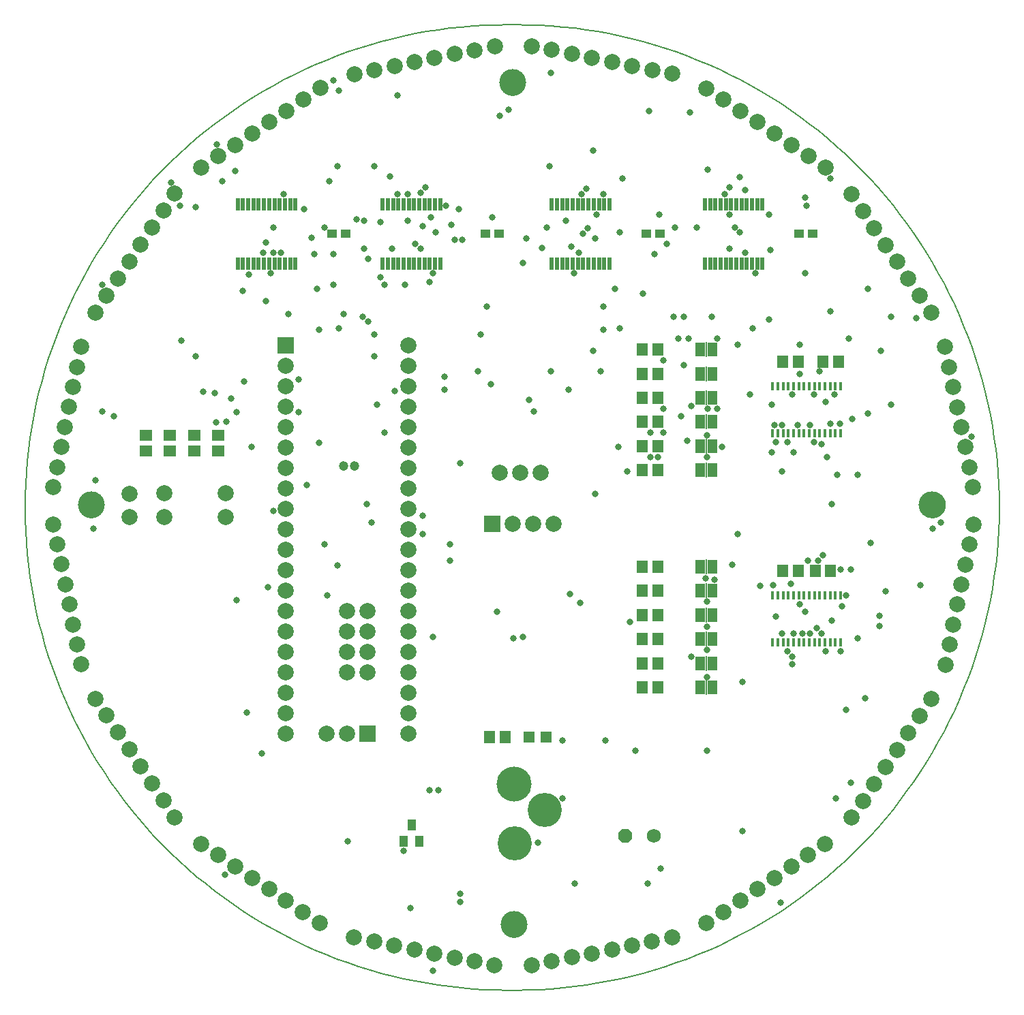
<source format=gts>
G75*
%MOIN*%
%OFA0B0*%
%FSLAX25Y25*%
%IPPOS*%
%LPD*%
%AMOC8*
5,1,8,0,0,1.08239X$1,22.5*
%
%ADD10C,0.00600*%
%ADD11C,0.00000*%
%ADD12C,0.13098*%
%ADD13C,0.07900*%
%ADD14R,0.07900X0.07900*%
%ADD15C,0.04700*%
%ADD16R,0.01870X0.06000*%
%ADD17R,0.04831X0.04437*%
%ADD18R,0.01700X0.04400*%
%ADD19R,0.05100X0.06800*%
%ADD20R,0.00600X0.07200*%
%ADD21R,0.05618X0.06406*%
%ADD22R,0.06406X0.05618*%
%ADD23R,0.04437X0.05500*%
%ADD24R,0.05224X0.05224*%
%ADD25OC8,0.06800*%
%ADD26C,0.06800*%
%ADD27C,0.17098*%
%ADD28C,0.16700*%
%ADD29C,0.03200*%
D10*
X0237520Y0001300D02*
X0241457Y0001300D01*
X0477677Y0237520D02*
X0477608Y0243228D01*
X0477401Y0248933D01*
X0477056Y0254631D01*
X0476574Y0260319D01*
X0475955Y0265993D01*
X0475198Y0271651D01*
X0474305Y0277289D01*
X0473276Y0282904D01*
X0472112Y0288493D01*
X0470813Y0294051D01*
X0469380Y0299577D01*
X0467814Y0305066D01*
X0466116Y0310516D01*
X0464286Y0315923D01*
X0462327Y0321285D01*
X0460238Y0326597D01*
X0458022Y0331858D01*
X0455679Y0337063D01*
X0453211Y0342211D01*
X0450619Y0347297D01*
X0447906Y0352319D01*
X0445071Y0357274D01*
X0442118Y0362159D01*
X0439048Y0366972D01*
X0435862Y0371708D01*
X0432563Y0376367D01*
X0429152Y0380944D01*
X0425632Y0385437D01*
X0422004Y0389845D01*
X0418270Y0394163D01*
X0414434Y0398390D01*
X0410496Y0402522D01*
X0406459Y0406559D01*
X0402327Y0410497D01*
X0398100Y0414333D01*
X0393782Y0418067D01*
X0389374Y0421695D01*
X0384881Y0425215D01*
X0380304Y0428626D01*
X0375645Y0431925D01*
X0370909Y0435111D01*
X0366096Y0438181D01*
X0361211Y0441134D01*
X0356256Y0443969D01*
X0351234Y0446682D01*
X0346148Y0449274D01*
X0341000Y0451742D01*
X0335795Y0454085D01*
X0330534Y0456301D01*
X0325222Y0458390D01*
X0319860Y0460349D01*
X0314453Y0462179D01*
X0309003Y0463877D01*
X0303514Y0465443D01*
X0297988Y0466876D01*
X0292430Y0468175D01*
X0286841Y0469339D01*
X0281226Y0470368D01*
X0275588Y0471261D01*
X0269930Y0472018D01*
X0264256Y0472637D01*
X0258568Y0473119D01*
X0252870Y0473464D01*
X0247165Y0473671D01*
X0241457Y0473740D01*
X0241457Y0473741D02*
X0237520Y0473741D01*
X0001300Y0237520D02*
X0001369Y0231812D01*
X0001576Y0226107D01*
X0001921Y0220409D01*
X0002403Y0214721D01*
X0003022Y0209047D01*
X0003779Y0203389D01*
X0004672Y0197751D01*
X0005701Y0192136D01*
X0006865Y0186547D01*
X0008164Y0180989D01*
X0009597Y0175463D01*
X0011163Y0169974D01*
X0012861Y0164524D01*
X0014691Y0159117D01*
X0016650Y0153755D01*
X0018739Y0148443D01*
X0020955Y0143182D01*
X0023298Y0137977D01*
X0025766Y0132829D01*
X0028358Y0127743D01*
X0031071Y0122721D01*
X0033906Y0117766D01*
X0036859Y0112881D01*
X0039929Y0108068D01*
X0043115Y0103332D01*
X0046414Y0098673D01*
X0049825Y0094096D01*
X0053345Y0089603D01*
X0056973Y0085195D01*
X0060707Y0080877D01*
X0064543Y0076650D01*
X0068481Y0072518D01*
X0072518Y0068481D01*
X0076650Y0064543D01*
X0080877Y0060707D01*
X0085195Y0056973D01*
X0089603Y0053345D01*
X0094096Y0049825D01*
X0098673Y0046414D01*
X0103332Y0043115D01*
X0108068Y0039929D01*
X0112881Y0036859D01*
X0117766Y0033906D01*
X0122721Y0031071D01*
X0127743Y0028358D01*
X0132829Y0025766D01*
X0137977Y0023298D01*
X0143182Y0020955D01*
X0148443Y0018739D01*
X0153755Y0016650D01*
X0159117Y0014691D01*
X0164524Y0012861D01*
X0169974Y0011163D01*
X0175463Y0009597D01*
X0180989Y0008164D01*
X0186547Y0006865D01*
X0192136Y0005701D01*
X0197751Y0004672D01*
X0203389Y0003779D01*
X0209047Y0003022D01*
X0214721Y0002403D01*
X0220409Y0001921D01*
X0226107Y0001576D01*
X0231812Y0001369D01*
X0237520Y0001300D01*
X0001300Y0237520D02*
X0001369Y0243228D01*
X0001576Y0248933D01*
X0001921Y0254631D01*
X0002403Y0260319D01*
X0003022Y0265993D01*
X0003779Y0271651D01*
X0004672Y0277289D01*
X0005701Y0282904D01*
X0006865Y0288493D01*
X0008164Y0294051D01*
X0009597Y0299577D01*
X0011163Y0305066D01*
X0012861Y0310516D01*
X0014691Y0315923D01*
X0016650Y0321285D01*
X0018739Y0326597D01*
X0020955Y0331858D01*
X0023298Y0337063D01*
X0025766Y0342211D01*
X0028358Y0347297D01*
X0031071Y0352319D01*
X0033906Y0357274D01*
X0036859Y0362159D01*
X0039929Y0366972D01*
X0043115Y0371708D01*
X0046414Y0376367D01*
X0049825Y0380944D01*
X0053345Y0385437D01*
X0056973Y0389845D01*
X0060707Y0394163D01*
X0064543Y0398390D01*
X0068481Y0402522D01*
X0072518Y0406559D01*
X0076650Y0410497D01*
X0080877Y0414333D01*
X0085195Y0418067D01*
X0089603Y0421695D01*
X0094096Y0425215D01*
X0098673Y0428626D01*
X0103332Y0431925D01*
X0108068Y0435111D01*
X0112881Y0438181D01*
X0117766Y0441134D01*
X0122721Y0443969D01*
X0127743Y0446682D01*
X0132829Y0449274D01*
X0137977Y0451742D01*
X0143182Y0454085D01*
X0148443Y0456301D01*
X0153755Y0458390D01*
X0159117Y0460349D01*
X0164524Y0462179D01*
X0169974Y0463877D01*
X0175463Y0465443D01*
X0180989Y0466876D01*
X0186547Y0468175D01*
X0192136Y0469339D01*
X0197751Y0470368D01*
X0203389Y0471261D01*
X0209047Y0472018D01*
X0214721Y0472637D01*
X0220409Y0473119D01*
X0226107Y0473464D01*
X0231812Y0473671D01*
X0237520Y0473740D01*
X0477677Y0237520D02*
X0477608Y0231812D01*
X0477401Y0226107D01*
X0477056Y0220409D01*
X0476574Y0214721D01*
X0475955Y0209047D01*
X0475198Y0203389D01*
X0474305Y0197751D01*
X0473276Y0192136D01*
X0472112Y0186547D01*
X0470813Y0180989D01*
X0469380Y0175463D01*
X0467814Y0169974D01*
X0466116Y0164524D01*
X0464286Y0159117D01*
X0462327Y0153755D01*
X0460238Y0148443D01*
X0458022Y0143182D01*
X0455679Y0137977D01*
X0453211Y0132829D01*
X0450619Y0127743D01*
X0447906Y0122721D01*
X0445071Y0117766D01*
X0442118Y0112881D01*
X0439048Y0108068D01*
X0435862Y0103332D01*
X0432563Y0098673D01*
X0429152Y0094096D01*
X0425632Y0089603D01*
X0422004Y0085195D01*
X0418270Y0080877D01*
X0414434Y0076650D01*
X0410496Y0072518D01*
X0406459Y0068481D01*
X0402327Y0064543D01*
X0398100Y0060707D01*
X0393782Y0056973D01*
X0389374Y0053345D01*
X0384881Y0049825D01*
X0380304Y0046414D01*
X0375645Y0043115D01*
X0370909Y0039929D01*
X0366096Y0036859D01*
X0361211Y0033906D01*
X0356256Y0031071D01*
X0351234Y0028358D01*
X0346148Y0025766D01*
X0341000Y0023298D01*
X0335795Y0020955D01*
X0330534Y0018739D01*
X0325222Y0016650D01*
X0319860Y0014691D01*
X0314453Y0012861D01*
X0309003Y0011163D01*
X0303514Y0009597D01*
X0297988Y0008164D01*
X0292430Y0006865D01*
X0286841Y0005701D01*
X0281226Y0004672D01*
X0275588Y0003779D01*
X0269930Y0003022D01*
X0264256Y0002403D01*
X0258568Y0001921D01*
X0252870Y0001576D01*
X0247165Y0001369D01*
X0241457Y0001300D01*
D11*
X0233977Y0033583D02*
X0233979Y0033741D01*
X0233985Y0033899D01*
X0233995Y0034057D01*
X0234009Y0034215D01*
X0234027Y0034372D01*
X0234048Y0034529D01*
X0234074Y0034685D01*
X0234104Y0034841D01*
X0234137Y0034996D01*
X0234175Y0035149D01*
X0234216Y0035302D01*
X0234261Y0035454D01*
X0234310Y0035605D01*
X0234363Y0035754D01*
X0234419Y0035902D01*
X0234479Y0036048D01*
X0234543Y0036193D01*
X0234611Y0036336D01*
X0234682Y0036478D01*
X0234756Y0036618D01*
X0234834Y0036755D01*
X0234916Y0036891D01*
X0235000Y0037025D01*
X0235089Y0037156D01*
X0235180Y0037285D01*
X0235275Y0037412D01*
X0235372Y0037537D01*
X0235473Y0037659D01*
X0235577Y0037778D01*
X0235684Y0037895D01*
X0235794Y0038009D01*
X0235907Y0038120D01*
X0236022Y0038229D01*
X0236140Y0038334D01*
X0236261Y0038436D01*
X0236384Y0038536D01*
X0236510Y0038632D01*
X0236638Y0038725D01*
X0236768Y0038815D01*
X0236901Y0038901D01*
X0237036Y0038985D01*
X0237172Y0039064D01*
X0237311Y0039141D01*
X0237452Y0039213D01*
X0237594Y0039283D01*
X0237738Y0039348D01*
X0237884Y0039410D01*
X0238031Y0039468D01*
X0238180Y0039523D01*
X0238330Y0039574D01*
X0238481Y0039621D01*
X0238633Y0039664D01*
X0238786Y0039703D01*
X0238941Y0039739D01*
X0239096Y0039770D01*
X0239252Y0039798D01*
X0239408Y0039822D01*
X0239565Y0039842D01*
X0239723Y0039858D01*
X0239880Y0039870D01*
X0240039Y0039878D01*
X0240197Y0039882D01*
X0240355Y0039882D01*
X0240513Y0039878D01*
X0240672Y0039870D01*
X0240829Y0039858D01*
X0240987Y0039842D01*
X0241144Y0039822D01*
X0241300Y0039798D01*
X0241456Y0039770D01*
X0241611Y0039739D01*
X0241766Y0039703D01*
X0241919Y0039664D01*
X0242071Y0039621D01*
X0242222Y0039574D01*
X0242372Y0039523D01*
X0242521Y0039468D01*
X0242668Y0039410D01*
X0242814Y0039348D01*
X0242958Y0039283D01*
X0243100Y0039213D01*
X0243241Y0039141D01*
X0243380Y0039064D01*
X0243516Y0038985D01*
X0243651Y0038901D01*
X0243784Y0038815D01*
X0243914Y0038725D01*
X0244042Y0038632D01*
X0244168Y0038536D01*
X0244291Y0038436D01*
X0244412Y0038334D01*
X0244530Y0038229D01*
X0244645Y0038120D01*
X0244758Y0038009D01*
X0244868Y0037895D01*
X0244975Y0037778D01*
X0245079Y0037659D01*
X0245180Y0037537D01*
X0245277Y0037412D01*
X0245372Y0037285D01*
X0245463Y0037156D01*
X0245552Y0037025D01*
X0245636Y0036891D01*
X0245718Y0036755D01*
X0245796Y0036618D01*
X0245870Y0036478D01*
X0245941Y0036336D01*
X0246009Y0036193D01*
X0246073Y0036048D01*
X0246133Y0035902D01*
X0246189Y0035754D01*
X0246242Y0035605D01*
X0246291Y0035454D01*
X0246336Y0035302D01*
X0246377Y0035149D01*
X0246415Y0034996D01*
X0246448Y0034841D01*
X0246478Y0034685D01*
X0246504Y0034529D01*
X0246525Y0034372D01*
X0246543Y0034215D01*
X0246557Y0034057D01*
X0246567Y0033899D01*
X0246573Y0033741D01*
X0246575Y0033583D01*
X0246573Y0033425D01*
X0246567Y0033267D01*
X0246557Y0033109D01*
X0246543Y0032951D01*
X0246525Y0032794D01*
X0246504Y0032637D01*
X0246478Y0032481D01*
X0246448Y0032325D01*
X0246415Y0032170D01*
X0246377Y0032017D01*
X0246336Y0031864D01*
X0246291Y0031712D01*
X0246242Y0031561D01*
X0246189Y0031412D01*
X0246133Y0031264D01*
X0246073Y0031118D01*
X0246009Y0030973D01*
X0245941Y0030830D01*
X0245870Y0030688D01*
X0245796Y0030548D01*
X0245718Y0030411D01*
X0245636Y0030275D01*
X0245552Y0030141D01*
X0245463Y0030010D01*
X0245372Y0029881D01*
X0245277Y0029754D01*
X0245180Y0029629D01*
X0245079Y0029507D01*
X0244975Y0029388D01*
X0244868Y0029271D01*
X0244758Y0029157D01*
X0244645Y0029046D01*
X0244530Y0028937D01*
X0244412Y0028832D01*
X0244291Y0028730D01*
X0244168Y0028630D01*
X0244042Y0028534D01*
X0243914Y0028441D01*
X0243784Y0028351D01*
X0243651Y0028265D01*
X0243516Y0028181D01*
X0243380Y0028102D01*
X0243241Y0028025D01*
X0243100Y0027953D01*
X0242958Y0027883D01*
X0242814Y0027818D01*
X0242668Y0027756D01*
X0242521Y0027698D01*
X0242372Y0027643D01*
X0242222Y0027592D01*
X0242071Y0027545D01*
X0241919Y0027502D01*
X0241766Y0027463D01*
X0241611Y0027427D01*
X0241456Y0027396D01*
X0241300Y0027368D01*
X0241144Y0027344D01*
X0240987Y0027324D01*
X0240829Y0027308D01*
X0240672Y0027296D01*
X0240513Y0027288D01*
X0240355Y0027284D01*
X0240197Y0027284D01*
X0240039Y0027288D01*
X0239880Y0027296D01*
X0239723Y0027308D01*
X0239565Y0027324D01*
X0239408Y0027344D01*
X0239252Y0027368D01*
X0239096Y0027396D01*
X0238941Y0027427D01*
X0238786Y0027463D01*
X0238633Y0027502D01*
X0238481Y0027545D01*
X0238330Y0027592D01*
X0238180Y0027643D01*
X0238031Y0027698D01*
X0237884Y0027756D01*
X0237738Y0027818D01*
X0237594Y0027883D01*
X0237452Y0027953D01*
X0237311Y0028025D01*
X0237172Y0028102D01*
X0237036Y0028181D01*
X0236901Y0028265D01*
X0236768Y0028351D01*
X0236638Y0028441D01*
X0236510Y0028534D01*
X0236384Y0028630D01*
X0236261Y0028730D01*
X0236140Y0028832D01*
X0236022Y0028937D01*
X0235907Y0029046D01*
X0235794Y0029157D01*
X0235684Y0029271D01*
X0235577Y0029388D01*
X0235473Y0029507D01*
X0235372Y0029629D01*
X0235275Y0029754D01*
X0235180Y0029881D01*
X0235089Y0030010D01*
X0235000Y0030141D01*
X0234916Y0030275D01*
X0234834Y0030411D01*
X0234756Y0030548D01*
X0234682Y0030688D01*
X0234611Y0030830D01*
X0234543Y0030973D01*
X0234479Y0031118D01*
X0234419Y0031264D01*
X0234363Y0031412D01*
X0234310Y0031561D01*
X0234261Y0031712D01*
X0234216Y0031864D01*
X0234175Y0032017D01*
X0234137Y0032170D01*
X0234104Y0032325D01*
X0234074Y0032481D01*
X0234048Y0032637D01*
X0234027Y0032794D01*
X0234009Y0032951D01*
X0233995Y0033109D01*
X0233985Y0033267D01*
X0233979Y0033425D01*
X0233977Y0033583D01*
X0027284Y0238898D02*
X0027286Y0239056D01*
X0027292Y0239214D01*
X0027302Y0239372D01*
X0027316Y0239530D01*
X0027334Y0239687D01*
X0027355Y0239844D01*
X0027381Y0240000D01*
X0027411Y0240156D01*
X0027444Y0240311D01*
X0027482Y0240464D01*
X0027523Y0240617D01*
X0027568Y0240769D01*
X0027617Y0240920D01*
X0027670Y0241069D01*
X0027726Y0241217D01*
X0027786Y0241363D01*
X0027850Y0241508D01*
X0027918Y0241651D01*
X0027989Y0241793D01*
X0028063Y0241933D01*
X0028141Y0242070D01*
X0028223Y0242206D01*
X0028307Y0242340D01*
X0028396Y0242471D01*
X0028487Y0242600D01*
X0028582Y0242727D01*
X0028679Y0242852D01*
X0028780Y0242974D01*
X0028884Y0243093D01*
X0028991Y0243210D01*
X0029101Y0243324D01*
X0029214Y0243435D01*
X0029329Y0243544D01*
X0029447Y0243649D01*
X0029568Y0243751D01*
X0029691Y0243851D01*
X0029817Y0243947D01*
X0029945Y0244040D01*
X0030075Y0244130D01*
X0030208Y0244216D01*
X0030343Y0244300D01*
X0030479Y0244379D01*
X0030618Y0244456D01*
X0030759Y0244528D01*
X0030901Y0244598D01*
X0031045Y0244663D01*
X0031191Y0244725D01*
X0031338Y0244783D01*
X0031487Y0244838D01*
X0031637Y0244889D01*
X0031788Y0244936D01*
X0031940Y0244979D01*
X0032093Y0245018D01*
X0032248Y0245054D01*
X0032403Y0245085D01*
X0032559Y0245113D01*
X0032715Y0245137D01*
X0032872Y0245157D01*
X0033030Y0245173D01*
X0033187Y0245185D01*
X0033346Y0245193D01*
X0033504Y0245197D01*
X0033662Y0245197D01*
X0033820Y0245193D01*
X0033979Y0245185D01*
X0034136Y0245173D01*
X0034294Y0245157D01*
X0034451Y0245137D01*
X0034607Y0245113D01*
X0034763Y0245085D01*
X0034918Y0245054D01*
X0035073Y0245018D01*
X0035226Y0244979D01*
X0035378Y0244936D01*
X0035529Y0244889D01*
X0035679Y0244838D01*
X0035828Y0244783D01*
X0035975Y0244725D01*
X0036121Y0244663D01*
X0036265Y0244598D01*
X0036407Y0244528D01*
X0036548Y0244456D01*
X0036687Y0244379D01*
X0036823Y0244300D01*
X0036958Y0244216D01*
X0037091Y0244130D01*
X0037221Y0244040D01*
X0037349Y0243947D01*
X0037475Y0243851D01*
X0037598Y0243751D01*
X0037719Y0243649D01*
X0037837Y0243544D01*
X0037952Y0243435D01*
X0038065Y0243324D01*
X0038175Y0243210D01*
X0038282Y0243093D01*
X0038386Y0242974D01*
X0038487Y0242852D01*
X0038584Y0242727D01*
X0038679Y0242600D01*
X0038770Y0242471D01*
X0038859Y0242340D01*
X0038943Y0242206D01*
X0039025Y0242070D01*
X0039103Y0241933D01*
X0039177Y0241793D01*
X0039248Y0241651D01*
X0039316Y0241508D01*
X0039380Y0241363D01*
X0039440Y0241217D01*
X0039496Y0241069D01*
X0039549Y0240920D01*
X0039598Y0240769D01*
X0039643Y0240617D01*
X0039684Y0240464D01*
X0039722Y0240311D01*
X0039755Y0240156D01*
X0039785Y0240000D01*
X0039811Y0239844D01*
X0039832Y0239687D01*
X0039850Y0239530D01*
X0039864Y0239372D01*
X0039874Y0239214D01*
X0039880Y0239056D01*
X0039882Y0238898D01*
X0039880Y0238740D01*
X0039874Y0238582D01*
X0039864Y0238424D01*
X0039850Y0238266D01*
X0039832Y0238109D01*
X0039811Y0237952D01*
X0039785Y0237796D01*
X0039755Y0237640D01*
X0039722Y0237485D01*
X0039684Y0237332D01*
X0039643Y0237179D01*
X0039598Y0237027D01*
X0039549Y0236876D01*
X0039496Y0236727D01*
X0039440Y0236579D01*
X0039380Y0236433D01*
X0039316Y0236288D01*
X0039248Y0236145D01*
X0039177Y0236003D01*
X0039103Y0235863D01*
X0039025Y0235726D01*
X0038943Y0235590D01*
X0038859Y0235456D01*
X0038770Y0235325D01*
X0038679Y0235196D01*
X0038584Y0235069D01*
X0038487Y0234944D01*
X0038386Y0234822D01*
X0038282Y0234703D01*
X0038175Y0234586D01*
X0038065Y0234472D01*
X0037952Y0234361D01*
X0037837Y0234252D01*
X0037719Y0234147D01*
X0037598Y0234045D01*
X0037475Y0233945D01*
X0037349Y0233849D01*
X0037221Y0233756D01*
X0037091Y0233666D01*
X0036958Y0233580D01*
X0036823Y0233496D01*
X0036687Y0233417D01*
X0036548Y0233340D01*
X0036407Y0233268D01*
X0036265Y0233198D01*
X0036121Y0233133D01*
X0035975Y0233071D01*
X0035828Y0233013D01*
X0035679Y0232958D01*
X0035529Y0232907D01*
X0035378Y0232860D01*
X0035226Y0232817D01*
X0035073Y0232778D01*
X0034918Y0232742D01*
X0034763Y0232711D01*
X0034607Y0232683D01*
X0034451Y0232659D01*
X0034294Y0232639D01*
X0034136Y0232623D01*
X0033979Y0232611D01*
X0033820Y0232603D01*
X0033662Y0232599D01*
X0033504Y0232599D01*
X0033346Y0232603D01*
X0033187Y0232611D01*
X0033030Y0232623D01*
X0032872Y0232639D01*
X0032715Y0232659D01*
X0032559Y0232683D01*
X0032403Y0232711D01*
X0032248Y0232742D01*
X0032093Y0232778D01*
X0031940Y0232817D01*
X0031788Y0232860D01*
X0031637Y0232907D01*
X0031487Y0232958D01*
X0031338Y0233013D01*
X0031191Y0233071D01*
X0031045Y0233133D01*
X0030901Y0233198D01*
X0030759Y0233268D01*
X0030618Y0233340D01*
X0030479Y0233417D01*
X0030343Y0233496D01*
X0030208Y0233580D01*
X0030075Y0233666D01*
X0029945Y0233756D01*
X0029817Y0233849D01*
X0029691Y0233945D01*
X0029568Y0234045D01*
X0029447Y0234147D01*
X0029329Y0234252D01*
X0029214Y0234361D01*
X0029101Y0234472D01*
X0028991Y0234586D01*
X0028884Y0234703D01*
X0028780Y0234822D01*
X0028679Y0234944D01*
X0028582Y0235069D01*
X0028487Y0235196D01*
X0028396Y0235325D01*
X0028307Y0235456D01*
X0028223Y0235590D01*
X0028141Y0235726D01*
X0028063Y0235863D01*
X0027989Y0236003D01*
X0027918Y0236145D01*
X0027850Y0236288D01*
X0027786Y0236433D01*
X0027726Y0236579D01*
X0027670Y0236727D01*
X0027617Y0236876D01*
X0027568Y0237027D01*
X0027523Y0237179D01*
X0027482Y0237332D01*
X0027444Y0237485D01*
X0027411Y0237640D01*
X0027381Y0237796D01*
X0027355Y0237952D01*
X0027334Y0238109D01*
X0027316Y0238266D01*
X0027302Y0238424D01*
X0027292Y0238582D01*
X0027286Y0238740D01*
X0027284Y0238898D01*
X0233288Y0445591D02*
X0233290Y0445749D01*
X0233296Y0445907D01*
X0233306Y0446065D01*
X0233320Y0446223D01*
X0233338Y0446380D01*
X0233359Y0446537D01*
X0233385Y0446693D01*
X0233415Y0446849D01*
X0233448Y0447004D01*
X0233486Y0447157D01*
X0233527Y0447310D01*
X0233572Y0447462D01*
X0233621Y0447613D01*
X0233674Y0447762D01*
X0233730Y0447910D01*
X0233790Y0448056D01*
X0233854Y0448201D01*
X0233922Y0448344D01*
X0233993Y0448486D01*
X0234067Y0448626D01*
X0234145Y0448763D01*
X0234227Y0448899D01*
X0234311Y0449033D01*
X0234400Y0449164D01*
X0234491Y0449293D01*
X0234586Y0449420D01*
X0234683Y0449545D01*
X0234784Y0449667D01*
X0234888Y0449786D01*
X0234995Y0449903D01*
X0235105Y0450017D01*
X0235218Y0450128D01*
X0235333Y0450237D01*
X0235451Y0450342D01*
X0235572Y0450444D01*
X0235695Y0450544D01*
X0235821Y0450640D01*
X0235949Y0450733D01*
X0236079Y0450823D01*
X0236212Y0450909D01*
X0236347Y0450993D01*
X0236483Y0451072D01*
X0236622Y0451149D01*
X0236763Y0451221D01*
X0236905Y0451291D01*
X0237049Y0451356D01*
X0237195Y0451418D01*
X0237342Y0451476D01*
X0237491Y0451531D01*
X0237641Y0451582D01*
X0237792Y0451629D01*
X0237944Y0451672D01*
X0238097Y0451711D01*
X0238252Y0451747D01*
X0238407Y0451778D01*
X0238563Y0451806D01*
X0238719Y0451830D01*
X0238876Y0451850D01*
X0239034Y0451866D01*
X0239191Y0451878D01*
X0239350Y0451886D01*
X0239508Y0451890D01*
X0239666Y0451890D01*
X0239824Y0451886D01*
X0239983Y0451878D01*
X0240140Y0451866D01*
X0240298Y0451850D01*
X0240455Y0451830D01*
X0240611Y0451806D01*
X0240767Y0451778D01*
X0240922Y0451747D01*
X0241077Y0451711D01*
X0241230Y0451672D01*
X0241382Y0451629D01*
X0241533Y0451582D01*
X0241683Y0451531D01*
X0241832Y0451476D01*
X0241979Y0451418D01*
X0242125Y0451356D01*
X0242269Y0451291D01*
X0242411Y0451221D01*
X0242552Y0451149D01*
X0242691Y0451072D01*
X0242827Y0450993D01*
X0242962Y0450909D01*
X0243095Y0450823D01*
X0243225Y0450733D01*
X0243353Y0450640D01*
X0243479Y0450544D01*
X0243602Y0450444D01*
X0243723Y0450342D01*
X0243841Y0450237D01*
X0243956Y0450128D01*
X0244069Y0450017D01*
X0244179Y0449903D01*
X0244286Y0449786D01*
X0244390Y0449667D01*
X0244491Y0449545D01*
X0244588Y0449420D01*
X0244683Y0449293D01*
X0244774Y0449164D01*
X0244863Y0449033D01*
X0244947Y0448899D01*
X0245029Y0448763D01*
X0245107Y0448626D01*
X0245181Y0448486D01*
X0245252Y0448344D01*
X0245320Y0448201D01*
X0245384Y0448056D01*
X0245444Y0447910D01*
X0245500Y0447762D01*
X0245553Y0447613D01*
X0245602Y0447462D01*
X0245647Y0447310D01*
X0245688Y0447157D01*
X0245726Y0447004D01*
X0245759Y0446849D01*
X0245789Y0446693D01*
X0245815Y0446537D01*
X0245836Y0446380D01*
X0245854Y0446223D01*
X0245868Y0446065D01*
X0245878Y0445907D01*
X0245884Y0445749D01*
X0245886Y0445591D01*
X0245884Y0445433D01*
X0245878Y0445275D01*
X0245868Y0445117D01*
X0245854Y0444959D01*
X0245836Y0444802D01*
X0245815Y0444645D01*
X0245789Y0444489D01*
X0245759Y0444333D01*
X0245726Y0444178D01*
X0245688Y0444025D01*
X0245647Y0443872D01*
X0245602Y0443720D01*
X0245553Y0443569D01*
X0245500Y0443420D01*
X0245444Y0443272D01*
X0245384Y0443126D01*
X0245320Y0442981D01*
X0245252Y0442838D01*
X0245181Y0442696D01*
X0245107Y0442556D01*
X0245029Y0442419D01*
X0244947Y0442283D01*
X0244863Y0442149D01*
X0244774Y0442018D01*
X0244683Y0441889D01*
X0244588Y0441762D01*
X0244491Y0441637D01*
X0244390Y0441515D01*
X0244286Y0441396D01*
X0244179Y0441279D01*
X0244069Y0441165D01*
X0243956Y0441054D01*
X0243841Y0440945D01*
X0243723Y0440840D01*
X0243602Y0440738D01*
X0243479Y0440638D01*
X0243353Y0440542D01*
X0243225Y0440449D01*
X0243095Y0440359D01*
X0242962Y0440273D01*
X0242827Y0440189D01*
X0242691Y0440110D01*
X0242552Y0440033D01*
X0242411Y0439961D01*
X0242269Y0439891D01*
X0242125Y0439826D01*
X0241979Y0439764D01*
X0241832Y0439706D01*
X0241683Y0439651D01*
X0241533Y0439600D01*
X0241382Y0439553D01*
X0241230Y0439510D01*
X0241077Y0439471D01*
X0240922Y0439435D01*
X0240767Y0439404D01*
X0240611Y0439376D01*
X0240455Y0439352D01*
X0240298Y0439332D01*
X0240140Y0439316D01*
X0239983Y0439304D01*
X0239824Y0439296D01*
X0239666Y0439292D01*
X0239508Y0439292D01*
X0239350Y0439296D01*
X0239191Y0439304D01*
X0239034Y0439316D01*
X0238876Y0439332D01*
X0238719Y0439352D01*
X0238563Y0439376D01*
X0238407Y0439404D01*
X0238252Y0439435D01*
X0238097Y0439471D01*
X0237944Y0439510D01*
X0237792Y0439553D01*
X0237641Y0439600D01*
X0237491Y0439651D01*
X0237342Y0439706D01*
X0237195Y0439764D01*
X0237049Y0439826D01*
X0236905Y0439891D01*
X0236763Y0439961D01*
X0236622Y0440033D01*
X0236483Y0440110D01*
X0236347Y0440189D01*
X0236212Y0440273D01*
X0236079Y0440359D01*
X0235949Y0440449D01*
X0235821Y0440542D01*
X0235695Y0440638D01*
X0235572Y0440738D01*
X0235451Y0440840D01*
X0235333Y0440945D01*
X0235218Y0441054D01*
X0235105Y0441165D01*
X0234995Y0441279D01*
X0234888Y0441396D01*
X0234784Y0441515D01*
X0234683Y0441637D01*
X0234586Y0441762D01*
X0234491Y0441889D01*
X0234400Y0442018D01*
X0234311Y0442149D01*
X0234227Y0442283D01*
X0234145Y0442419D01*
X0234067Y0442556D01*
X0233993Y0442696D01*
X0233922Y0442838D01*
X0233854Y0442981D01*
X0233790Y0443126D01*
X0233730Y0443272D01*
X0233674Y0443420D01*
X0233621Y0443569D01*
X0233572Y0443720D01*
X0233527Y0443872D01*
X0233486Y0444025D01*
X0233448Y0444178D01*
X0233415Y0444333D01*
X0233385Y0444489D01*
X0233359Y0444645D01*
X0233338Y0444802D01*
X0233320Y0444959D01*
X0233306Y0445117D01*
X0233296Y0445275D01*
X0233290Y0445433D01*
X0233288Y0445591D01*
X0438603Y0238898D02*
X0438605Y0239056D01*
X0438611Y0239214D01*
X0438621Y0239372D01*
X0438635Y0239530D01*
X0438653Y0239687D01*
X0438674Y0239844D01*
X0438700Y0240000D01*
X0438730Y0240156D01*
X0438763Y0240311D01*
X0438801Y0240464D01*
X0438842Y0240617D01*
X0438887Y0240769D01*
X0438936Y0240920D01*
X0438989Y0241069D01*
X0439045Y0241217D01*
X0439105Y0241363D01*
X0439169Y0241508D01*
X0439237Y0241651D01*
X0439308Y0241793D01*
X0439382Y0241933D01*
X0439460Y0242070D01*
X0439542Y0242206D01*
X0439626Y0242340D01*
X0439715Y0242471D01*
X0439806Y0242600D01*
X0439901Y0242727D01*
X0439998Y0242852D01*
X0440099Y0242974D01*
X0440203Y0243093D01*
X0440310Y0243210D01*
X0440420Y0243324D01*
X0440533Y0243435D01*
X0440648Y0243544D01*
X0440766Y0243649D01*
X0440887Y0243751D01*
X0441010Y0243851D01*
X0441136Y0243947D01*
X0441264Y0244040D01*
X0441394Y0244130D01*
X0441527Y0244216D01*
X0441662Y0244300D01*
X0441798Y0244379D01*
X0441937Y0244456D01*
X0442078Y0244528D01*
X0442220Y0244598D01*
X0442364Y0244663D01*
X0442510Y0244725D01*
X0442657Y0244783D01*
X0442806Y0244838D01*
X0442956Y0244889D01*
X0443107Y0244936D01*
X0443259Y0244979D01*
X0443412Y0245018D01*
X0443567Y0245054D01*
X0443722Y0245085D01*
X0443878Y0245113D01*
X0444034Y0245137D01*
X0444191Y0245157D01*
X0444349Y0245173D01*
X0444506Y0245185D01*
X0444665Y0245193D01*
X0444823Y0245197D01*
X0444981Y0245197D01*
X0445139Y0245193D01*
X0445298Y0245185D01*
X0445455Y0245173D01*
X0445613Y0245157D01*
X0445770Y0245137D01*
X0445926Y0245113D01*
X0446082Y0245085D01*
X0446237Y0245054D01*
X0446392Y0245018D01*
X0446545Y0244979D01*
X0446697Y0244936D01*
X0446848Y0244889D01*
X0446998Y0244838D01*
X0447147Y0244783D01*
X0447294Y0244725D01*
X0447440Y0244663D01*
X0447584Y0244598D01*
X0447726Y0244528D01*
X0447867Y0244456D01*
X0448006Y0244379D01*
X0448142Y0244300D01*
X0448277Y0244216D01*
X0448410Y0244130D01*
X0448540Y0244040D01*
X0448668Y0243947D01*
X0448794Y0243851D01*
X0448917Y0243751D01*
X0449038Y0243649D01*
X0449156Y0243544D01*
X0449271Y0243435D01*
X0449384Y0243324D01*
X0449494Y0243210D01*
X0449601Y0243093D01*
X0449705Y0242974D01*
X0449806Y0242852D01*
X0449903Y0242727D01*
X0449998Y0242600D01*
X0450089Y0242471D01*
X0450178Y0242340D01*
X0450262Y0242206D01*
X0450344Y0242070D01*
X0450422Y0241933D01*
X0450496Y0241793D01*
X0450567Y0241651D01*
X0450635Y0241508D01*
X0450699Y0241363D01*
X0450759Y0241217D01*
X0450815Y0241069D01*
X0450868Y0240920D01*
X0450917Y0240769D01*
X0450962Y0240617D01*
X0451003Y0240464D01*
X0451041Y0240311D01*
X0451074Y0240156D01*
X0451104Y0240000D01*
X0451130Y0239844D01*
X0451151Y0239687D01*
X0451169Y0239530D01*
X0451183Y0239372D01*
X0451193Y0239214D01*
X0451199Y0239056D01*
X0451201Y0238898D01*
X0451199Y0238740D01*
X0451193Y0238582D01*
X0451183Y0238424D01*
X0451169Y0238266D01*
X0451151Y0238109D01*
X0451130Y0237952D01*
X0451104Y0237796D01*
X0451074Y0237640D01*
X0451041Y0237485D01*
X0451003Y0237332D01*
X0450962Y0237179D01*
X0450917Y0237027D01*
X0450868Y0236876D01*
X0450815Y0236727D01*
X0450759Y0236579D01*
X0450699Y0236433D01*
X0450635Y0236288D01*
X0450567Y0236145D01*
X0450496Y0236003D01*
X0450422Y0235863D01*
X0450344Y0235726D01*
X0450262Y0235590D01*
X0450178Y0235456D01*
X0450089Y0235325D01*
X0449998Y0235196D01*
X0449903Y0235069D01*
X0449806Y0234944D01*
X0449705Y0234822D01*
X0449601Y0234703D01*
X0449494Y0234586D01*
X0449384Y0234472D01*
X0449271Y0234361D01*
X0449156Y0234252D01*
X0449038Y0234147D01*
X0448917Y0234045D01*
X0448794Y0233945D01*
X0448668Y0233849D01*
X0448540Y0233756D01*
X0448410Y0233666D01*
X0448277Y0233580D01*
X0448142Y0233496D01*
X0448006Y0233417D01*
X0447867Y0233340D01*
X0447726Y0233268D01*
X0447584Y0233198D01*
X0447440Y0233133D01*
X0447294Y0233071D01*
X0447147Y0233013D01*
X0446998Y0232958D01*
X0446848Y0232907D01*
X0446697Y0232860D01*
X0446545Y0232817D01*
X0446392Y0232778D01*
X0446237Y0232742D01*
X0446082Y0232711D01*
X0445926Y0232683D01*
X0445770Y0232659D01*
X0445613Y0232639D01*
X0445455Y0232623D01*
X0445298Y0232611D01*
X0445139Y0232603D01*
X0444981Y0232599D01*
X0444823Y0232599D01*
X0444665Y0232603D01*
X0444506Y0232611D01*
X0444349Y0232623D01*
X0444191Y0232639D01*
X0444034Y0232659D01*
X0443878Y0232683D01*
X0443722Y0232711D01*
X0443567Y0232742D01*
X0443412Y0232778D01*
X0443259Y0232817D01*
X0443107Y0232860D01*
X0442956Y0232907D01*
X0442806Y0232958D01*
X0442657Y0233013D01*
X0442510Y0233071D01*
X0442364Y0233133D01*
X0442220Y0233198D01*
X0442078Y0233268D01*
X0441937Y0233340D01*
X0441798Y0233417D01*
X0441662Y0233496D01*
X0441527Y0233580D01*
X0441394Y0233666D01*
X0441264Y0233756D01*
X0441136Y0233849D01*
X0441010Y0233945D01*
X0440887Y0234045D01*
X0440766Y0234147D01*
X0440648Y0234252D01*
X0440533Y0234361D01*
X0440420Y0234472D01*
X0440310Y0234586D01*
X0440203Y0234703D01*
X0440099Y0234822D01*
X0439998Y0234944D01*
X0439901Y0235069D01*
X0439806Y0235196D01*
X0439715Y0235325D01*
X0439626Y0235456D01*
X0439542Y0235590D01*
X0439460Y0235726D01*
X0439382Y0235863D01*
X0439308Y0236003D01*
X0439237Y0236145D01*
X0439169Y0236288D01*
X0439105Y0236433D01*
X0439045Y0236579D01*
X0438989Y0236727D01*
X0438936Y0236876D01*
X0438887Y0237027D01*
X0438842Y0237179D01*
X0438801Y0237332D01*
X0438763Y0237485D01*
X0438730Y0237640D01*
X0438700Y0237796D01*
X0438674Y0237952D01*
X0438653Y0238109D01*
X0438635Y0238266D01*
X0438621Y0238424D01*
X0438611Y0238582D01*
X0438605Y0238740D01*
X0438603Y0238898D01*
D12*
X0444902Y0238898D03*
X0240276Y0033583D03*
X0033583Y0238898D03*
X0239587Y0445591D03*
D13*
X0074569Y0085822D03*
X0069006Y0094132D03*
X0063443Y0102441D03*
X0057880Y0110751D03*
X0052317Y0119061D03*
X0046755Y0127371D03*
X0041192Y0135681D03*
X0035629Y0143991D03*
X0028788Y0160689D03*
X0026828Y0170495D03*
X0024869Y0180301D03*
X0022910Y0190107D03*
X0020950Y0199913D03*
X0018991Y0209719D03*
X0017031Y0219526D03*
X0015072Y0229332D03*
X0015033Y0247450D03*
X0016976Y0257259D03*
X0018918Y0267069D03*
X0020861Y0276878D03*
X0022803Y0286688D03*
X0024745Y0296497D03*
X0026688Y0306307D03*
X0028630Y0316116D03*
X0035679Y0332814D03*
X0041228Y0341134D03*
X0046776Y0349453D03*
X0052325Y0357773D03*
X0057873Y0366092D03*
X0063422Y0374412D03*
X0068970Y0382731D03*
X0074518Y0391051D03*
X0087430Y0403784D03*
X0095740Y0409347D03*
X0104050Y0414910D03*
X0112360Y0420473D03*
X0120670Y0426036D03*
X0128979Y0431599D03*
X0137289Y0437162D03*
X0145599Y0442724D03*
X0162297Y0449565D03*
X0172103Y0451525D03*
X0181909Y0453484D03*
X0191716Y0455444D03*
X0201522Y0457403D03*
X0211328Y0459362D03*
X0221134Y0461322D03*
X0230940Y0463281D03*
X0249058Y0463320D03*
X0258867Y0461377D03*
X0268677Y0459435D03*
X0278487Y0457493D03*
X0288296Y0455550D03*
X0298106Y0453608D03*
X0307915Y0451666D03*
X0317725Y0449723D03*
X0334425Y0442667D03*
X0342745Y0437119D03*
X0351064Y0431570D03*
X0359384Y0426022D03*
X0367703Y0420473D03*
X0376023Y0414925D03*
X0384343Y0409376D03*
X0392662Y0403828D03*
X0405400Y0390916D03*
X0410963Y0382607D03*
X0416526Y0374297D03*
X0422089Y0365987D03*
X0427652Y0357677D03*
X0433215Y0349367D03*
X0438778Y0341057D03*
X0444341Y0332748D03*
X0451181Y0316049D03*
X0453141Y0306243D03*
X0455100Y0296437D03*
X0457060Y0286631D03*
X0459019Y0276825D03*
X0460979Y0267019D03*
X0462938Y0257213D03*
X0464898Y0247406D03*
X0464936Y0229289D03*
X0462994Y0219479D03*
X0461051Y0209670D03*
X0459109Y0199860D03*
X0457166Y0190050D03*
X0455224Y0180241D03*
X0453282Y0170431D03*
X0451339Y0160622D03*
X0444283Y0143921D03*
X0438735Y0135602D03*
X0433186Y0127282D03*
X0427638Y0118963D03*
X0422090Y0110643D03*
X0416541Y0102324D03*
X0410993Y0094004D03*
X0405444Y0085685D03*
X0392532Y0072955D03*
X0384223Y0067392D03*
X0375913Y0061829D03*
X0367603Y0056266D03*
X0359293Y0050703D03*
X0350983Y0045140D03*
X0342673Y0039577D03*
X0334364Y0034014D03*
X0317666Y0027173D03*
X0307860Y0025213D03*
X0298054Y0023254D03*
X0288248Y0021295D03*
X0278442Y0019335D03*
X0268636Y0017376D03*
X0258829Y0015416D03*
X0249023Y0013457D03*
X0230906Y0013418D03*
X0221096Y0015361D03*
X0211286Y0017303D03*
X0201477Y0019245D03*
X0191667Y0021188D03*
X0181858Y0023130D03*
X0172048Y0025073D03*
X0162239Y0027015D03*
X0145538Y0034071D03*
X0137219Y0039619D03*
X0128899Y0045168D03*
X0120580Y0050716D03*
X0112260Y0056265D03*
X0103941Y0061813D03*
X0095621Y0067362D03*
X0087301Y0072910D03*
X0128780Y0126772D03*
X0128780Y0136772D03*
X0128780Y0146772D03*
X0128780Y0156772D03*
X0128780Y0166772D03*
X0128780Y0176772D03*
X0128780Y0186772D03*
X0128780Y0196772D03*
X0128780Y0206772D03*
X0128780Y0216772D03*
X0128780Y0226772D03*
X0128780Y0236772D03*
X0128780Y0246772D03*
X0128780Y0256772D03*
X0128780Y0266772D03*
X0128780Y0276772D03*
X0128780Y0286772D03*
X0128780Y0296772D03*
X0128780Y0306772D03*
X0188780Y0306772D03*
X0188780Y0296772D03*
X0188780Y0286772D03*
X0188780Y0276772D03*
X0188780Y0266772D03*
X0188780Y0256772D03*
X0188780Y0246772D03*
X0188780Y0236772D03*
X0188780Y0226772D03*
X0188780Y0216772D03*
X0188780Y0206772D03*
X0188780Y0196772D03*
X0188780Y0186772D03*
X0188780Y0176772D03*
X0188780Y0166772D03*
X0188780Y0156772D03*
X0188780Y0146772D03*
X0188780Y0136772D03*
X0188780Y0126772D03*
X0158780Y0126772D03*
X0148780Y0126772D03*
X0158780Y0156772D03*
X0168780Y0156772D03*
X0168780Y0166772D03*
X0158780Y0166772D03*
X0158780Y0176772D03*
X0168780Y0176772D03*
X0168780Y0186772D03*
X0158780Y0186772D03*
X0099469Y0232894D03*
X0099469Y0244509D03*
X0069469Y0244509D03*
X0069469Y0232894D03*
X0052481Y0232883D03*
X0052481Y0244283D03*
X0188780Y0316772D03*
X0233564Y0254646D03*
X0243564Y0254646D03*
X0253564Y0254646D03*
X0249646Y0229646D03*
X0239646Y0229646D03*
X0259646Y0229646D03*
D14*
X0229646Y0229646D03*
X0128780Y0316772D03*
X0168780Y0126772D03*
D15*
X0162380Y0257772D03*
X0157180Y0257772D03*
D16*
X0176202Y0356985D03*
X0178761Y0356985D03*
X0181320Y0356985D03*
X0183879Y0356985D03*
X0186438Y0356985D03*
X0188997Y0356985D03*
X0191556Y0356985D03*
X0194115Y0356985D03*
X0196674Y0356985D03*
X0199233Y0356985D03*
X0201792Y0356985D03*
X0204351Y0356985D03*
X0204351Y0385772D03*
X0201792Y0385772D03*
X0199233Y0385772D03*
X0196674Y0385772D03*
X0194115Y0385772D03*
X0191556Y0385772D03*
X0188997Y0385772D03*
X0186438Y0385772D03*
X0183879Y0385772D03*
X0181320Y0385772D03*
X0178761Y0385772D03*
X0176202Y0385772D03*
X0133485Y0385772D03*
X0130926Y0385772D03*
X0128367Y0385772D03*
X0125808Y0385772D03*
X0123249Y0385772D03*
X0120690Y0385772D03*
X0118131Y0385772D03*
X0115572Y0385772D03*
X0113013Y0385772D03*
X0110454Y0385772D03*
X0107894Y0385772D03*
X0105335Y0385772D03*
X0105335Y0356985D03*
X0107894Y0356985D03*
X0110454Y0356985D03*
X0113013Y0356985D03*
X0115572Y0356985D03*
X0118131Y0356985D03*
X0120690Y0356985D03*
X0123249Y0356985D03*
X0125808Y0356985D03*
X0128367Y0356985D03*
X0130926Y0356985D03*
X0133485Y0356985D03*
X0258879Y0356985D03*
X0261438Y0356985D03*
X0263997Y0356985D03*
X0266556Y0356985D03*
X0269115Y0356985D03*
X0271674Y0356985D03*
X0274233Y0356985D03*
X0276792Y0356985D03*
X0279351Y0356985D03*
X0281910Y0356985D03*
X0284469Y0356985D03*
X0287028Y0356985D03*
X0287028Y0385772D03*
X0284469Y0385772D03*
X0281910Y0385772D03*
X0279351Y0385772D03*
X0276792Y0385772D03*
X0274233Y0385772D03*
X0271674Y0385772D03*
X0269115Y0385772D03*
X0266556Y0385772D03*
X0263997Y0385772D03*
X0261438Y0385772D03*
X0258879Y0385772D03*
X0333682Y0385772D03*
X0336241Y0385772D03*
X0338800Y0385772D03*
X0341359Y0385772D03*
X0343918Y0385772D03*
X0346477Y0385772D03*
X0349036Y0385772D03*
X0351595Y0385772D03*
X0354154Y0385772D03*
X0356713Y0385772D03*
X0359272Y0385772D03*
X0361831Y0385772D03*
X0361831Y0356985D03*
X0359272Y0356985D03*
X0356713Y0356985D03*
X0354154Y0356985D03*
X0351595Y0356985D03*
X0349036Y0356985D03*
X0346477Y0356985D03*
X0343918Y0356985D03*
X0341359Y0356985D03*
X0338800Y0356985D03*
X0336241Y0356985D03*
X0333682Y0356985D03*
D17*
X0311733Y0371379D03*
X0305040Y0371379D03*
X0232993Y0371379D03*
X0226300Y0371379D03*
X0158190Y0371379D03*
X0151497Y0371379D03*
X0379843Y0371379D03*
X0386536Y0371379D03*
D18*
X0387324Y0296843D03*
X0389883Y0296843D03*
X0392442Y0296843D03*
X0395001Y0296843D03*
X0397560Y0296843D03*
X0400119Y0296843D03*
X0384765Y0296843D03*
X0382206Y0296843D03*
X0379646Y0296843D03*
X0377087Y0296843D03*
X0374528Y0296843D03*
X0371969Y0296843D03*
X0369410Y0296843D03*
X0366851Y0296843D03*
X0366851Y0273868D03*
X0369410Y0273868D03*
X0371969Y0273868D03*
X0374528Y0273868D03*
X0377087Y0273868D03*
X0379646Y0273868D03*
X0382206Y0273868D03*
X0384765Y0273868D03*
X0387324Y0273868D03*
X0389883Y0273868D03*
X0392442Y0273868D03*
X0395001Y0273868D03*
X0397560Y0273868D03*
X0400119Y0273868D03*
X0400119Y0194480D03*
X0397560Y0194480D03*
X0395001Y0194480D03*
X0392442Y0194480D03*
X0389883Y0194480D03*
X0387324Y0194480D03*
X0384765Y0194480D03*
X0382206Y0194480D03*
X0379646Y0194480D03*
X0377087Y0194480D03*
X0374528Y0194480D03*
X0371969Y0194480D03*
X0369410Y0194480D03*
X0366851Y0194480D03*
X0366851Y0171506D03*
X0369410Y0171506D03*
X0371969Y0171506D03*
X0374528Y0171506D03*
X0377087Y0171506D03*
X0379646Y0171506D03*
X0382206Y0171506D03*
X0384765Y0171506D03*
X0387324Y0171506D03*
X0389883Y0171506D03*
X0392442Y0171506D03*
X0395001Y0171506D03*
X0397560Y0171506D03*
X0400119Y0171506D03*
D19*
X0337469Y0173052D03*
X0331469Y0173052D03*
X0331469Y0184863D03*
X0337469Y0184863D03*
X0337469Y0196674D03*
X0331469Y0196674D03*
X0331469Y0208485D03*
X0337469Y0208485D03*
X0337469Y0161241D03*
X0331469Y0161241D03*
X0331469Y0149430D03*
X0337469Y0149430D03*
X0337469Y0255729D03*
X0331469Y0255729D03*
X0331469Y0267540D03*
X0337469Y0267540D03*
X0337469Y0279351D03*
X0331469Y0279351D03*
X0331469Y0291162D03*
X0337469Y0291162D03*
X0337469Y0302973D03*
X0331469Y0302973D03*
X0331469Y0314784D03*
X0337469Y0314784D03*
D20*
X0334469Y0314784D03*
X0334469Y0302973D03*
X0334469Y0291162D03*
X0334469Y0279351D03*
X0334469Y0267540D03*
X0334469Y0255729D03*
X0334469Y0208485D03*
X0334469Y0196674D03*
X0334469Y0184863D03*
X0334469Y0173052D03*
X0334469Y0161241D03*
X0334469Y0149430D03*
D21*
X0310650Y0149430D03*
X0303170Y0149430D03*
X0303170Y0161241D03*
X0310650Y0161241D03*
X0310650Y0173052D03*
X0303170Y0173052D03*
X0303170Y0184863D03*
X0310650Y0184863D03*
X0310650Y0196674D03*
X0303170Y0196674D03*
X0303170Y0208485D03*
X0310650Y0208485D03*
X0310650Y0255729D03*
X0303170Y0255729D03*
X0303170Y0267540D03*
X0310650Y0267540D03*
X0310650Y0279351D03*
X0303170Y0279351D03*
X0303170Y0291162D03*
X0310650Y0291162D03*
X0310650Y0302973D03*
X0303170Y0302973D03*
X0303170Y0314784D03*
X0310650Y0314784D03*
X0371871Y0308977D03*
X0379351Y0308977D03*
X0391556Y0308977D03*
X0399036Y0308977D03*
X0395099Y0206615D03*
X0387619Y0206615D03*
X0379351Y0206615D03*
X0371871Y0206615D03*
X0235946Y0125217D03*
X0228465Y0125217D03*
D22*
X0095788Y0265276D03*
X0095788Y0272757D03*
X0083977Y0272757D03*
X0083977Y0265276D03*
X0072166Y0265276D03*
X0072166Y0272757D03*
X0060355Y0272757D03*
X0060355Y0265276D03*
D23*
X0190276Y0082107D03*
X0186536Y0074233D03*
X0194017Y0074233D03*
D24*
X0247757Y0125217D03*
X0256024Y0125217D03*
D25*
X0294792Y0076694D03*
D26*
X0308792Y0076694D03*
D27*
X0240503Y0102098D03*
D28*
X0255312Y0089587D03*
X0240603Y0073276D03*
D29*
X0252107Y0073416D03*
X0270232Y0053416D03*
X0305857Y0053416D03*
X0312107Y0060916D03*
X0352107Y0079041D03*
X0370857Y0044041D03*
X0397732Y0095291D03*
X0405232Y0102791D03*
X0402732Y0138416D03*
X0412107Y0144041D03*
X0400232Y0167166D03*
X0392732Y0167166D03*
X0390857Y0175916D03*
X0388357Y0178416D03*
X0385232Y0175916D03*
X0381482Y0175916D03*
X0377107Y0175916D03*
X0371482Y0175916D03*
X0368357Y0184041D03*
X0380232Y0190291D03*
X0382732Y0186541D03*
X0395857Y0182166D03*
X0400857Y0189041D03*
X0402732Y0194666D03*
X0400232Y0207166D03*
X0405232Y0207166D03*
X0391482Y0214041D03*
X0388982Y0211541D03*
X0383982Y0211541D03*
X0375857Y0200291D03*
X0367107Y0199666D03*
X0360857Y0199041D03*
X0347107Y0209666D03*
X0338357Y0202166D03*
X0333982Y0202791D03*
X0334607Y0191541D03*
X0334607Y0179041D03*
X0334607Y0167791D03*
X0327107Y0164666D03*
X0334607Y0154666D03*
X0352107Y0152166D03*
X0376482Y0160916D03*
X0376482Y0164666D03*
X0373982Y0167166D03*
X0408357Y0173416D03*
X0418982Y0179666D03*
X0418982Y0184666D03*
X0422107Y0196541D03*
X0438982Y0199666D03*
X0445232Y0227166D03*
X0448982Y0230291D03*
X0414607Y0220291D03*
X0395857Y0239041D03*
X0398357Y0253416D03*
X0408357Y0253416D03*
X0393357Y0262166D03*
X0390857Y0268416D03*
X0387107Y0269666D03*
X0385232Y0277791D03*
X0378982Y0277791D03*
X0371482Y0277791D03*
X0367732Y0277791D03*
X0368357Y0269666D03*
X0366482Y0264666D03*
X0373982Y0269666D03*
X0377107Y0264666D03*
X0371482Y0255291D03*
X0395232Y0278416D03*
X0399607Y0278416D03*
X0405857Y0280916D03*
X0413357Y0283416D03*
X0424607Y0287791D03*
X0419607Y0314041D03*
X0403982Y0320291D03*
X0395232Y0333416D03*
X0413357Y0344666D03*
X0424607Y0330916D03*
X0437107Y0330291D03*
X0397107Y0292791D03*
X0392732Y0289041D03*
X0387107Y0292791D03*
X0376482Y0292791D03*
X0380232Y0302791D03*
X0389607Y0304041D03*
X0380232Y0317166D03*
X0365232Y0329666D03*
X0357107Y0325291D03*
X0349607Y0317166D03*
X0339607Y0320291D03*
X0337107Y0330916D03*
X0325857Y0320291D03*
X0320857Y0320291D03*
X0318357Y0330916D03*
X0323357Y0330916D03*
X0303357Y0342166D03*
X0289607Y0344666D03*
X0283982Y0335916D03*
X0283982Y0324666D03*
X0292107Y0325291D03*
X0278982Y0314041D03*
X0282732Y0304041D03*
X0267107Y0295291D03*
X0258357Y0304041D03*
X0247732Y0290291D03*
X0250232Y0284666D03*
X0228982Y0297791D03*
X0222732Y0304041D03*
X0206482Y0301541D03*
X0206482Y0295291D03*
X0182107Y0294666D03*
X0173357Y0287791D03*
X0177107Y0274041D03*
X0145232Y0269041D03*
X0135232Y0284041D03*
X0135232Y0300291D03*
X0145232Y0324666D03*
X0154607Y0325291D03*
X0157107Y0332166D03*
X0166482Y0330916D03*
X0168982Y0328416D03*
X0172107Y0322166D03*
X0172107Y0311541D03*
X0177107Y0346541D03*
X0175232Y0350291D03*
X0168982Y0359041D03*
X0167107Y0364041D03*
X0180857Y0364041D03*
X0192107Y0366541D03*
X0194607Y0364041D03*
X0202107Y0372166D03*
X0199607Y0379666D03*
X0195857Y0375291D03*
X0188357Y0377791D03*
X0188357Y0390916D03*
X0183357Y0390916D03*
X0179607Y0399666D03*
X0172107Y0404666D03*
X0153982Y0404666D03*
X0150232Y0397166D03*
X0137732Y0383416D03*
X0127732Y0390916D03*
X0122732Y0374666D03*
X0118982Y0367166D03*
X0117732Y0362166D03*
X0122732Y0362166D03*
X0126482Y0362166D03*
X0121482Y0352166D03*
X0110857Y0351541D03*
X0107732Y0343416D03*
X0118982Y0338416D03*
X0130232Y0332166D03*
X0143982Y0344666D03*
X0152107Y0346541D03*
X0152107Y0361541D03*
X0142732Y0361541D03*
X0141482Y0369666D03*
X0147732Y0374666D03*
X0163357Y0378416D03*
X0167107Y0377791D03*
X0175232Y0377166D03*
X0194607Y0391541D03*
X0197107Y0394041D03*
X0207107Y0385291D03*
X0213357Y0383416D03*
X0209607Y0375916D03*
X0211482Y0368416D03*
X0215232Y0368416D03*
X0229607Y0379666D03*
X0246482Y0369041D03*
X0253982Y0364666D03*
X0256482Y0374666D03*
X0265857Y0377791D03*
X0273982Y0371541D03*
X0276482Y0374041D03*
X0280232Y0369041D03*
X0272107Y0362166D03*
X0268357Y0365291D03*
X0269607Y0352166D03*
X0292107Y0372166D03*
X0280857Y0380916D03*
X0283982Y0390916D03*
X0275857Y0393416D03*
X0273357Y0390916D03*
X0257732Y0404666D03*
X0278982Y0412166D03*
X0293357Y0398416D03*
X0311482Y0380916D03*
X0318982Y0374666D03*
X0315232Y0366541D03*
X0308982Y0361541D03*
X0329607Y0374666D03*
X0345857Y0380916D03*
X0348357Y0374666D03*
X0350857Y0372166D03*
X0345857Y0364041D03*
X0353357Y0362166D03*
X0358357Y0352166D03*
X0365857Y0363416D03*
X0382732Y0352166D03*
X0365232Y0380916D03*
X0353357Y0392791D03*
X0345857Y0394041D03*
X0343357Y0390916D03*
X0350857Y0399041D03*
X0335232Y0402791D03*
X0326482Y0430916D03*
X0306482Y0431541D03*
X0258357Y0450291D03*
X0237732Y0432166D03*
X0233357Y0429041D03*
X0183357Y0439041D03*
X0154607Y0441541D03*
X0152107Y0446541D03*
X0103982Y0402166D03*
X0097732Y0397166D03*
X0084607Y0384666D03*
X0077107Y0385291D03*
X0072732Y0396541D03*
X0095232Y0415291D03*
X0038982Y0346541D03*
X0077732Y0319041D03*
X0084607Y0311541D03*
X0088357Y0294041D03*
X0093982Y0293416D03*
X0102107Y0290916D03*
X0108357Y0299041D03*
X0104607Y0284041D03*
X0099607Y0279666D03*
X0094607Y0279041D03*
X0112107Y0267166D03*
X0138982Y0248416D03*
X0122732Y0235916D03*
X0147732Y0219666D03*
X0153982Y0209041D03*
X0148982Y0194666D03*
X0120232Y0198416D03*
X0104607Y0192166D03*
X0109607Y0137166D03*
X0117107Y0117166D03*
X0158982Y0074041D03*
X0186482Y0069666D03*
X0189607Y0041541D03*
X0213982Y0044666D03*
X0213982Y0048416D03*
X0200857Y0010916D03*
X0198982Y0099041D03*
X0203357Y0099041D03*
X0263982Y0095291D03*
X0263982Y0123416D03*
X0285232Y0123416D03*
X0299607Y0118416D03*
X0334607Y0118416D03*
X0297107Y0181541D03*
X0272732Y0190916D03*
X0267732Y0195291D03*
X0244607Y0174041D03*
X0240232Y0173416D03*
X0232107Y0186541D03*
X0208982Y0211541D03*
X0208982Y0219666D03*
X0195857Y0224666D03*
X0195857Y0233416D03*
X0170857Y0230291D03*
X0168357Y0239041D03*
X0213982Y0259041D03*
X0223982Y0322166D03*
X0227107Y0335916D03*
X0244607Y0357166D03*
X0200857Y0352166D03*
X0198982Y0347791D03*
X0187107Y0346541D03*
X0291482Y0267166D03*
X0295857Y0255291D03*
X0307107Y0262166D03*
X0310857Y0262166D03*
X0313357Y0274041D03*
X0307107Y0274041D03*
X0313357Y0285916D03*
X0322107Y0282166D03*
X0327107Y0287166D03*
X0335232Y0285916D03*
X0339607Y0285916D03*
X0334607Y0272791D03*
X0342107Y0267166D03*
X0334607Y0262166D03*
X0325232Y0270291D03*
X0355857Y0292791D03*
X0366482Y0287791D03*
X0323357Y0307166D03*
X0313357Y0309666D03*
X0280232Y0244041D03*
X0349607Y0224666D03*
X0463982Y0272166D03*
X0383357Y0385291D03*
X0382732Y0389041D03*
X0395232Y0398416D03*
X0200857Y0174041D03*
X0098982Y0057791D03*
X0034607Y0227166D03*
X0035857Y0250916D03*
X0044607Y0282166D03*
X0038982Y0284666D03*
M02*

</source>
